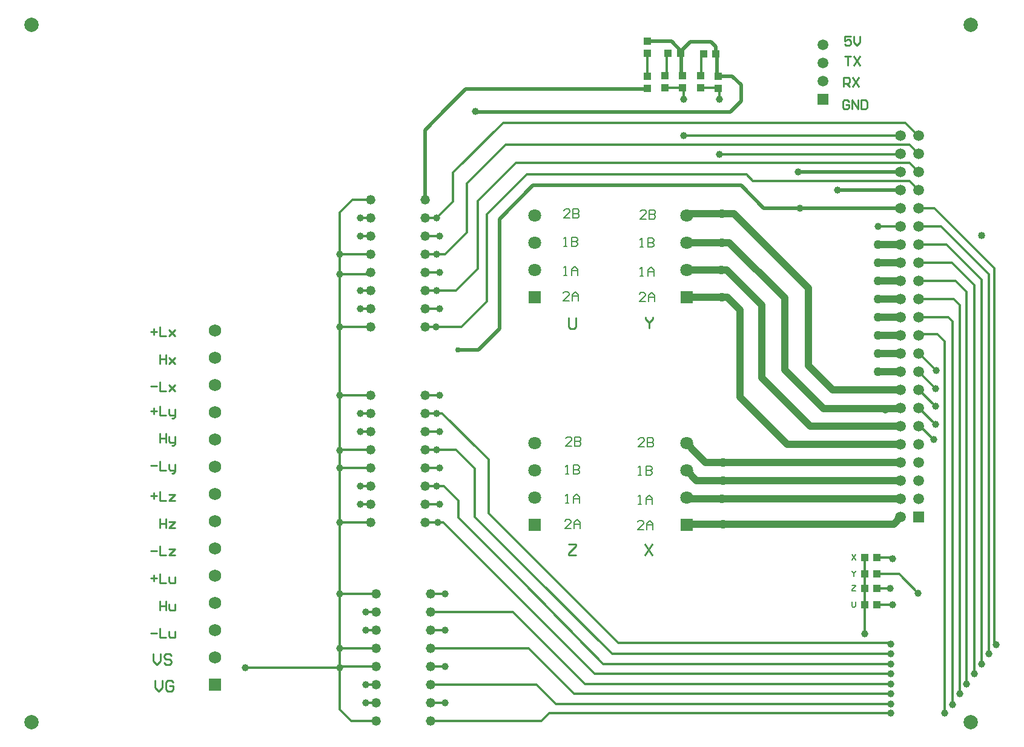
<source format=gtl>
G04 Layer_Physical_Order=1*
G04 Layer_Color=255*
%FSLAX25Y25*%
%MOIN*%
G70*
G01*
G75*
%ADD10R,0.04331X0.03937*%
%ADD11R,0.03937X0.04331*%
%ADD12C,0.02000*%
%ADD13C,0.01181*%
%ADD14C,0.01890*%
%ADD15C,0.03937*%
%ADD16C,0.00500*%
%ADD17C,0.01000*%
%ADD18C,0.00787*%
%ADD19C,0.05905*%
%ADD20R,0.05905X0.05905*%
%ADD21C,0.05200*%
%ADD22R,0.06890X0.06890*%
%ADD23C,0.06890*%
%ADD24C,0.07874*%
%ADD25R,0.07087X0.07087*%
%ADD26C,0.07087*%
%ADD27C,0.03937*%
%ADD28C,0.04000*%
%ADD29C,0.03000*%
%ADD30C,0.05000*%
D10*
X483347Y80500D02*
D03*
X476653D02*
D03*
X483347Y89500D02*
D03*
X476653D02*
D03*
Y97500D02*
D03*
X483347D02*
D03*
X476653Y106500D02*
D03*
X483347D02*
D03*
X368454Y384100D02*
D03*
X375147D02*
D03*
X387854Y384057D02*
D03*
X394547D02*
D03*
D11*
X376450Y365154D02*
D03*
Y371847D02*
D03*
X396000Y365054D02*
D03*
Y371746D02*
D03*
X356900Y384154D02*
D03*
Y390846D02*
D03*
X366675Y365154D02*
D03*
Y371847D02*
D03*
X386225Y365154D02*
D03*
Y371847D02*
D03*
X356900Y364953D02*
D03*
Y371646D02*
D03*
D12*
X461500Y308900D02*
X470275D01*
X496400D01*
X234500Y303500D02*
Y310000D01*
Y342000D01*
X247000Y354500D01*
X440000Y318900D02*
X496400D01*
X252500Y221000D02*
X264000D01*
X275500Y232500D01*
Y293000D02*
X294000Y311500D01*
X275500Y232500D02*
Y293000D01*
X247000Y354500D02*
X257000Y364500D01*
X333693D01*
X356900D01*
X294000Y311500D02*
X408500D01*
X421100Y298900D01*
X496400D01*
D13*
X245500Y273500D02*
X250000Y278000D01*
X234500Y273500D02*
X245500D01*
X257500Y285500D02*
Y312500D01*
X250000Y278000D02*
X257500Y285500D01*
X268500Y247500D02*
Y295500D01*
X254500Y233500D02*
X268500Y247500D01*
X234500Y233500D02*
X254500D01*
X234500Y126000D02*
X244500D01*
X237500Y16500D02*
X250500D01*
X298500D02*
X303000Y21000D01*
X250500Y16500D02*
X298500D01*
X237500Y56500D02*
X252500D01*
X291500D02*
X314500Y33500D01*
X252500Y56500D02*
X291500D01*
X499000Y346000D02*
X506100Y338900D01*
X420000Y346000D02*
X499000D01*
X277500D02*
X420000D01*
X250000Y318500D02*
X277500Y346000D01*
X257500Y312500D02*
X279000Y334000D01*
X250000Y302500D02*
Y318500D01*
X241000Y293500D02*
X250000Y302500D01*
X234500Y293500D02*
X241000D01*
X284500Y324000D02*
X414500D01*
X263500Y303000D02*
X284500Y324000D01*
X263500Y265500D02*
Y303000D01*
X476653Y64500D02*
Y80500D01*
Y89500D01*
Y97500D01*
Y106500D01*
X415000Y314000D02*
X482000D01*
X411500Y317500D02*
X415000Y314000D01*
X496000Y328500D02*
X496400Y328900D01*
X400500Y328500D02*
X496000D01*
X396500D02*
X400500D01*
X377000Y338900D02*
X496400D01*
X290500Y317500D02*
X411500D01*
X268500Y295500D02*
X290500Y317500D01*
X414500Y324000D02*
X418500D01*
X483847Y80500D02*
X487512D01*
X492000D01*
X487799Y89500D02*
X490500D01*
X484346D02*
X487799D01*
X491500Y106500D02*
X492000Y106000D01*
X488000Y106500D02*
X491500D01*
X483847D02*
X488000D01*
X495500Y97500D02*
X506000Y87000D01*
X483347Y97500D02*
X495500D01*
X340000Y60500D02*
X341000Y59500D01*
X353000D01*
X297000Y103500D02*
X341000Y59500D01*
X269500Y131000D02*
X297000Y103500D01*
X262000Y129000D02*
X293000Y98000D01*
X332500Y48000D02*
X491000D01*
X322500Y37000D02*
X491000D01*
X320000Y39500D02*
X322500Y37000D01*
X317500Y42000D02*
X320000Y39500D01*
X283000Y76500D02*
X317500Y42000D01*
X237500Y76500D02*
X283000D01*
X314500Y33500D02*
X316500Y31500D01*
X491000D01*
X306500Y26000D02*
X424500D01*
X296000Y36500D02*
X306500Y26000D01*
X237500Y36500D02*
X296000D01*
X303000Y21000D02*
X431500D01*
X353000Y59500D02*
X490500D01*
X491000Y59000D01*
X430000Y21000D02*
X436000D01*
X424500Y26000D02*
X426500D01*
X491000D01*
X436000Y21000D02*
X491000D01*
X545000Y53500D02*
Y256800D01*
X501300Y314000D02*
X506400Y308900D01*
X500000Y314000D02*
X501300D01*
X279000Y334000D02*
X416000D01*
X474000D01*
X506100Y338900D02*
X506400D01*
X501300Y334000D02*
X506400Y328900D01*
X501000Y334000D02*
X501300D01*
X474000D02*
X501000D01*
X418500Y324000D02*
X446000D01*
X501300D01*
X506400Y318900D01*
X482000Y314000D02*
X500000D01*
X253000Y255000D02*
X263500Y265500D01*
X251500Y253500D02*
X253000Y255000D01*
X234500Y253500D02*
X251500D01*
X269500Y131000D02*
Y160500D01*
X265500Y164500D02*
X269500Y160500D01*
X244000Y186000D02*
X265500Y164500D01*
X234500Y186000D02*
X244000D01*
X244500Y126000D02*
X283000Y87500D01*
X135000Y46000D02*
X187500D01*
X188000Y156000D02*
X190000D01*
X187500Y156500D02*
X188000Y156000D01*
X187500Y262500D02*
X193500D01*
X187500Y233500D02*
X189500D01*
X204500D01*
X187500Y196000D02*
X189500D01*
X204500D01*
X187500Y166000D02*
X189500D01*
X204500D01*
X190000Y156000D02*
X204500D01*
X187500Y126000D02*
X189000D01*
X189500D01*
X204500D01*
X187500Y86500D02*
X189500D01*
X207500D01*
X187500Y56500D02*
X189500D01*
X207500D01*
X187500Y46000D02*
X188000Y46500D01*
X189500D01*
X207500D01*
X202500Y16500D02*
X207500D01*
X194000D02*
X202500D01*
X187500Y23000D02*
X194000Y16500D01*
X187500Y23000D02*
Y268000D01*
Y274000D02*
X188000Y273500D01*
X192000D01*
X204500D01*
X203500Y262500D02*
X204500Y263500D01*
X194000Y262500D02*
X203500D01*
X193000D02*
X194000D01*
X187500Y268000D02*
Y296500D01*
X194500Y303500D01*
X204500D01*
X385254Y365154D02*
X386225D01*
X396000Y365054D02*
X396777Y364277D01*
X395900Y365154D02*
X396000Y365054D01*
X386225Y365154D02*
X395900D01*
X366675D02*
X376450D01*
X367500Y383147D02*
X368454Y384100D01*
X367500Y372672D02*
Y383147D01*
X366675Y371847D02*
X367500Y372672D01*
X386800Y383003D02*
X387854Y384057D01*
X386800Y372422D02*
Y383003D01*
X386225Y371847D02*
X386800Y372422D01*
X356900Y371646D02*
Y384154D01*
X396500Y364000D02*
X396777Y364277D01*
X506400Y178400D02*
Y178900D01*
X377000Y359000D02*
Y361488D01*
Y364603D01*
X376450Y365154D02*
X377000Y364603D01*
X396000Y365054D02*
X396500Y364553D01*
Y359000D02*
Y364553D01*
X483900Y288900D02*
X496400D01*
X506900Y298900D02*
X515100D01*
X541000Y53000D02*
Y87544D01*
Y48000D02*
Y53000D01*
X506400Y288900D02*
X511100D01*
X518600D01*
X545000Y262500D01*
Y256800D02*
Y262500D01*
X506400Y278900D02*
X521600D01*
X540841Y259659D01*
X541000Y87544D01*
X506400Y268900D02*
X524600D01*
X537000Y48000D02*
Y79000D01*
Y42500D02*
Y48000D01*
Y92643D02*
Y256500D01*
X524600Y268900D02*
X537000Y256500D01*
Y79000D02*
Y92643D01*
X532500Y37000D02*
Y42000D01*
Y76643D01*
X525000Y25500D02*
Y65214D01*
X520500Y21000D02*
Y26500D01*
X505600Y258900D02*
X526600D01*
X532500Y76643D02*
Y253000D01*
X526600Y258900D02*
X532500Y253000D01*
X506400Y247400D02*
Y248900D01*
X525600D01*
X505900Y238900D02*
X522600D01*
X525000Y236500D01*
Y65214D02*
Y236500D01*
X507000Y229500D02*
X516500D01*
X520500Y225500D01*
Y26500D02*
Y225500D01*
X529000Y31500D02*
Y80617D01*
Y245500D01*
X525600Y248900D02*
X529000Y245500D01*
X506400Y218900D02*
X506600D01*
X506400Y178900D02*
X507100D01*
X514500Y171500D01*
X506400Y188900D02*
X515500Y179800D01*
X506400Y198900D02*
X515500Y189800D01*
X506400Y208900D02*
X515300Y200000D01*
X516000D01*
X506600Y218900D02*
X516000Y209500D01*
X199000Y136000D02*
X204500D01*
X199000Y146000D02*
X204500D01*
X199000Y176000D02*
X204500D01*
X199000Y186000D02*
X204500D01*
X199000Y293500D02*
X204500D01*
X199000Y283500D02*
X204500D01*
X199000Y253500D02*
X204500D01*
X199000Y243500D02*
X204500D01*
X202000Y26500D02*
X207500D01*
X202000Y36500D02*
X207500D01*
X202000Y66500D02*
X207500D01*
X202000Y76500D02*
X207500D01*
X234500Y283500D02*
X242500D01*
X234500Y263500D02*
X242500D01*
X234500Y243500D02*
X242500D01*
X234500Y196000D02*
X242500D01*
X234500Y176000D02*
X242500D01*
X234500Y166000D02*
X251500D01*
X262000Y155500D01*
Y129000D02*
Y155500D01*
X234500Y156000D02*
X242500D01*
X289000Y92500D02*
X332500Y48000D01*
X237500Y26500D02*
X245500D01*
X237500Y46500D02*
X245500D01*
X237500Y66500D02*
X245500D01*
X237500Y86500D02*
X245500D01*
X234500Y136000D02*
X242500D01*
X234500Y146000D02*
X245000D01*
X253000Y138000D01*
X283000Y98500D02*
X289000Y92500D01*
X253000Y128500D02*
Y138000D01*
Y128500D02*
X283000Y98500D01*
X548000Y104000D02*
Y266000D01*
X515100Y298900D02*
X548000Y266000D01*
Y59500D02*
X549000Y58500D01*
X548000Y59500D02*
Y104000D01*
X328000Y42500D02*
X491000D01*
X283000Y87500D02*
X328000Y42500D01*
X337500Y53500D02*
X491000D01*
X293000Y98000D02*
X337500Y53500D01*
D14*
X262500Y352000D02*
X402500D01*
X375800Y372497D02*
Y384753D01*
Y385193D02*
Y385600D01*
Y384753D02*
Y385193D01*
Y385600D02*
X380800Y390600D01*
X375147Y384100D02*
X375800Y384753D01*
X370146Y390846D02*
X375800Y385193D01*
X356900Y390846D02*
X370146D01*
X375800Y372497D02*
X376450Y371847D01*
X394547Y384057D02*
X395400Y383203D01*
Y372346D02*
Y383203D01*
Y372346D02*
X396000Y371746D01*
X394547Y384057D02*
Y387953D01*
X391900Y390600D02*
X394547Y387953D01*
X380800Y390600D02*
X391900D01*
X402500Y352000D02*
X408500Y358000D01*
Y367000D01*
X403754Y371746D02*
X408500Y367000D01*
X396000Y371746D02*
X403754D01*
D15*
X378500Y295000D02*
X379500Y296000D01*
X458900Y198900D02*
X496400D01*
X496000Y188500D02*
X496400Y188900D01*
X487500Y188500D02*
X496000D01*
X487500D02*
X488000Y188000D01*
X454000Y188500D02*
X487500D01*
X378500Y265000D02*
X390000D01*
X446600Y178900D02*
X496400D01*
X434100Y168900D02*
X496400D01*
X378500Y154500D02*
X384100Y148900D01*
X403600D01*
X496400D01*
X378500Y139500D02*
X379100Y138900D01*
X496400D01*
X378500Y124500D02*
X379000Y125000D01*
X385500D01*
X492500D01*
X496400Y128900D01*
X496000Y138500D02*
X496400Y138900D01*
X496000Y178500D02*
X496400Y178900D01*
X496000Y168500D02*
X496400Y168900D01*
X483900Y278900D02*
X496400D01*
X483900Y268900D02*
X496400D01*
X483900Y258900D02*
X496400D01*
X483900Y248900D02*
X496400D01*
X483900Y238900D02*
X496400D01*
X483900Y228900D02*
X496400D01*
X483900Y218900D02*
X496400D01*
X483900Y208900D02*
X496400D01*
X379500Y296000D02*
X404500D01*
X445500Y212300D02*
X458900Y198900D01*
X445500Y212300D02*
Y255000D01*
X404500Y296000D02*
X445500Y255000D01*
X432500Y210000D02*
X454000Y188500D01*
X378500Y280000D02*
X402000D01*
X432500Y249500D01*
Y210000D02*
Y249500D01*
X390000Y265000D02*
X400500D01*
X420000Y205500D02*
X446600Y178900D01*
X420000Y205500D02*
Y245500D01*
X400500Y265000D02*
X420000Y245500D01*
X408000Y195000D02*
X434100Y168900D01*
X408000Y195000D02*
Y243000D01*
X378500Y250000D02*
X401000D01*
X408000Y243000D01*
X383605Y164395D02*
X389100Y158900D01*
X496400D01*
X378500Y169500D02*
X383605Y164395D01*
D16*
X469600Y82399D02*
Y79900D01*
X470100Y79400D01*
X471100D01*
X471599Y79900D01*
Y82399D01*
X469600Y91399D02*
X471599D01*
Y90899D01*
X469600Y88900D01*
Y88400D01*
X471599D01*
X469600Y99399D02*
Y98899D01*
X470600Y97900D01*
X471599Y98899D01*
Y99399D01*
X470600Y97900D02*
Y96400D01*
X469600Y108399D02*
X471599Y105400D01*
Y108399D02*
X469600Y105400D01*
D17*
X313500Y113998D02*
X317499D01*
Y112998D01*
X313500Y109000D01*
Y108000D01*
X317499D01*
X313500Y238498D02*
Y233500D01*
X314500Y232500D01*
X316499D01*
X317499Y233500D01*
Y238498D01*
X356000Y238998D02*
Y237998D01*
X357999Y235999D01*
X359999Y237998D01*
Y238998D01*
X357999Y235999D02*
Y233000D01*
X355500Y113998D02*
X359499Y108000D01*
Y113998D02*
X355500Y108000D01*
X83500Y187392D02*
X86832D01*
X85166Y189059D02*
Y185726D01*
X88498Y189892D02*
Y184893D01*
X91831D01*
X93497Y188226D02*
Y185726D01*
X94330Y184893D01*
X96829D01*
Y184060D01*
X95996Y183227D01*
X95163D01*
X96829Y184893D02*
Y188226D01*
X88498Y174801D02*
Y169802D01*
Y172302D01*
X91831D01*
Y174801D01*
Y169802D01*
X93497Y173135D02*
Y170635D01*
X94330Y169802D01*
X96829D01*
Y168969D01*
X95996Y168136D01*
X95163D01*
X96829Y169802D02*
Y173135D01*
X83500Y157211D02*
X86832D01*
X88498Y159710D02*
Y154711D01*
X91831D01*
X93497Y158044D02*
Y155545D01*
X94330Y154711D01*
X96829D01*
Y153878D01*
X95996Y153045D01*
X95163D01*
X96829Y154711D02*
Y158044D01*
X83500Y140454D02*
X86832D01*
X85166Y142120D02*
Y138788D01*
X88498Y142953D02*
Y137954D01*
X91831D01*
X93497Y141287D02*
X96829D01*
X93497Y137954D01*
X96829D01*
X88498Y127862D02*
Y122864D01*
Y125363D01*
X91831D01*
Y127862D01*
Y122864D01*
X93497Y126196D02*
X96829D01*
X93497Y122864D01*
X96829D01*
X83500Y110272D02*
X86832D01*
X88498Y112771D02*
Y107773D01*
X91831D01*
X93497Y111105D02*
X96829D01*
X93497Y107773D01*
X96829D01*
X83500Y95181D02*
X86832D01*
X85166Y96847D02*
Y93515D01*
X88498Y97680D02*
Y92682D01*
X91831D01*
X93497Y96014D02*
Y93515D01*
X94330Y92682D01*
X96829D01*
Y96014D01*
X88498Y82589D02*
Y77591D01*
Y80090D01*
X91831D01*
Y82589D01*
Y77591D01*
X93497Y80923D02*
Y78424D01*
X94330Y77591D01*
X96829D01*
Y80923D01*
X83500Y64999D02*
X86832D01*
X88498Y67498D02*
Y62500D01*
X91831D01*
X93497Y65832D02*
Y63333D01*
X94330Y62500D01*
X96829D01*
Y65832D01*
X85000Y53498D02*
Y49499D01*
X86999Y47500D01*
X88999Y49499D01*
Y53498D01*
X94997Y52498D02*
X93997Y53498D01*
X91998D01*
X90998Y52498D01*
Y51499D01*
X91998Y50499D01*
X93997D01*
X94997Y49499D01*
Y48500D01*
X93997Y47500D01*
X91998D01*
X90998Y48500D01*
X86000Y38998D02*
Y34999D01*
X87999Y33000D01*
X89999Y34999D01*
Y38998D01*
X95997Y37998D02*
X94997Y38998D01*
X92998D01*
X91998Y37998D01*
Y34000D01*
X92998Y33000D01*
X94997D01*
X95997Y34000D01*
Y35999D01*
X93997D01*
X83500Y200817D02*
X86832D01*
X88498Y203316D02*
Y198318D01*
X91831D01*
X93497Y201650D02*
X96829Y198318D01*
X95163Y199984D01*
X96829Y201650D01*
X93497Y198318D01*
X88498Y218407D02*
Y213409D01*
Y215908D01*
X91831D01*
Y218407D01*
Y213409D01*
X93497Y216741D02*
X96829Y213409D01*
X95163Y215075D01*
X96829Y216741D01*
X93497Y213409D01*
X83500Y230999D02*
X86832D01*
X85166Y232665D02*
Y229333D01*
X88498Y233498D02*
Y228500D01*
X91831D01*
X93497Y231832D02*
X96829Y228500D01*
X95163Y230166D01*
X96829Y231832D01*
X93497Y228500D01*
X467832Y357665D02*
X466999Y358498D01*
X465333D01*
X464500Y357665D01*
Y354333D01*
X465333Y353500D01*
X466999D01*
X467832Y354333D01*
Y355999D01*
X466166D01*
X469498Y353500D02*
Y358498D01*
X472831Y353500D01*
Y358498D01*
X474497D02*
Y353500D01*
X476996D01*
X477829Y354333D01*
Y357665D01*
X476996Y358498D01*
X474497D01*
X465000Y366000D02*
Y370998D01*
X467499D01*
X468332Y370165D01*
Y368499D01*
X467499Y367666D01*
X465000D01*
X466666D02*
X468332Y366000D01*
X469998Y370998D02*
X473331Y366000D01*
Y370998D02*
X469998Y366000D01*
X465500Y382498D02*
X468832D01*
X467166D01*
Y377500D01*
X470498Y382498D02*
X473831Y377500D01*
Y382498D02*
X470498Y377500D01*
X468832Y393498D02*
X465500D01*
Y390999D01*
X467166Y391832D01*
X467999D01*
X468832Y390999D01*
Y389333D01*
X467999Y388500D01*
X466333D01*
X465500Y389333D01*
X470498Y393498D02*
Y390166D01*
X472164Y388500D01*
X473831Y390166D01*
Y393498D01*
D18*
X315332Y168000D02*
X312000D01*
X315332Y171332D01*
Y172165D01*
X314499Y172998D01*
X312833D01*
X312000Y172165D01*
X316998Y172998D02*
Y168000D01*
X319498D01*
X320331Y168833D01*
Y169666D01*
X319498Y170499D01*
X316998D01*
X319498D01*
X320331Y171332D01*
Y172165D01*
X319498Y172998D01*
X316998D01*
X312000Y152500D02*
X313666D01*
X312833D01*
Y157498D01*
X312000Y156665D01*
X316165Y157498D02*
Y152500D01*
X318665D01*
X319498Y153333D01*
Y154166D01*
X318665Y154999D01*
X316165D01*
X318665D01*
X319498Y155832D01*
Y156665D01*
X318665Y157498D01*
X316165D01*
X312000Y136500D02*
X313666D01*
X312833D01*
Y141498D01*
X312000Y140665D01*
X316165Y136500D02*
Y139832D01*
X317831Y141498D01*
X319498Y139832D01*
Y136500D01*
Y138999D01*
X316165D01*
X314832Y122500D02*
X311500D01*
X314832Y125832D01*
Y126665D01*
X313999Y127498D01*
X312333D01*
X311500Y126665D01*
X316498Y122500D02*
Y125832D01*
X318164Y127498D01*
X319831Y125832D01*
Y122500D01*
Y124999D01*
X316498D01*
X354832Y122000D02*
X351500D01*
X354832Y125332D01*
Y126165D01*
X353999Y126998D01*
X352333D01*
X351500Y126165D01*
X356498Y122000D02*
Y125332D01*
X358165Y126998D01*
X359831Y125332D01*
Y122000D01*
Y124499D01*
X356498D01*
X352000Y136000D02*
X353666D01*
X352833D01*
Y140998D01*
X352000Y140165D01*
X356165Y136000D02*
Y139332D01*
X357831Y140998D01*
X359498Y139332D01*
Y136000D01*
Y138499D01*
X356165D01*
X352000Y152000D02*
X353666D01*
X352833D01*
Y156998D01*
X352000Y156165D01*
X356165Y156998D02*
Y152000D01*
X358664D01*
X359498Y152833D01*
Y153666D01*
X358664Y154499D01*
X356165D01*
X358664D01*
X359498Y155332D01*
Y156165D01*
X358664Y156998D01*
X356165D01*
X355332Y167500D02*
X352000D01*
X355332Y170832D01*
Y171665D01*
X354499Y172498D01*
X352833D01*
X352000Y171665D01*
X356998Y172498D02*
Y167500D01*
X359498D01*
X360331Y168333D01*
Y169166D01*
X359498Y169999D01*
X356998D01*
X359498D01*
X360331Y170832D01*
Y171665D01*
X359498Y172498D01*
X356998D01*
X355832Y247500D02*
X352500D01*
X355832Y250832D01*
Y251665D01*
X354999Y252498D01*
X353333D01*
X352500Y251665D01*
X357498Y247500D02*
Y250832D01*
X359165Y252498D01*
X360831Y250832D01*
Y247500D01*
Y249999D01*
X357498D01*
X353000Y261500D02*
X354666D01*
X353833D01*
Y266498D01*
X353000Y265665D01*
X357165Y261500D02*
Y264832D01*
X358831Y266498D01*
X360498Y264832D01*
Y261500D01*
Y263999D01*
X357165D01*
X353000Y277500D02*
X354666D01*
X353833D01*
Y282498D01*
X353000Y281665D01*
X357165Y282498D02*
Y277500D01*
X359665D01*
X360498Y278333D01*
Y279166D01*
X359665Y279999D01*
X357165D01*
X359665D01*
X360498Y280832D01*
Y281665D01*
X359665Y282498D01*
X357165D01*
X356332Y293000D02*
X353000D01*
X356332Y296332D01*
Y297165D01*
X355499Y297998D01*
X353833D01*
X353000Y297165D01*
X357998Y297998D02*
Y293000D01*
X360498D01*
X361331Y293833D01*
Y294666D01*
X360498Y295499D01*
X357998D01*
X360498D01*
X361331Y296332D01*
Y297165D01*
X360498Y297998D01*
X357998D01*
X313832Y248000D02*
X310500D01*
X313832Y251332D01*
Y252165D01*
X312999Y252998D01*
X311333D01*
X310500Y252165D01*
X315498Y248000D02*
Y251332D01*
X317164Y252998D01*
X318831Y251332D01*
Y248000D01*
Y250499D01*
X315498D01*
X311000Y262000D02*
X312666D01*
X311833D01*
Y266998D01*
X311000Y266165D01*
X315165Y262000D02*
Y265332D01*
X316831Y266998D01*
X318498Y265332D01*
Y262000D01*
Y264499D01*
X315165D01*
X311000Y278000D02*
X312666D01*
X311833D01*
Y282998D01*
X311000Y282165D01*
X315165Y282998D02*
Y278000D01*
X317665D01*
X318498Y278833D01*
Y279666D01*
X317665Y280499D01*
X315165D01*
X317665D01*
X318498Y281332D01*
Y282165D01*
X317665Y282998D01*
X315165D01*
X314332Y293500D02*
X311000D01*
X314332Y296832D01*
Y297665D01*
X313499Y298498D01*
X311833D01*
X311000Y297665D01*
X315998Y298498D02*
Y293500D01*
X318498D01*
X319331Y294333D01*
Y295166D01*
X318498Y295999D01*
X315998D01*
X318498D01*
X319331Y296832D01*
Y297665D01*
X318498Y298498D01*
X315998D01*
D19*
X453500Y389000D02*
D03*
Y379000D02*
D03*
Y369000D02*
D03*
X496400Y338900D02*
D03*
X506400D02*
D03*
X496400Y328900D02*
D03*
X506400D02*
D03*
X496400Y318900D02*
D03*
X506400D02*
D03*
X496400Y308900D02*
D03*
X506400D02*
D03*
X496400Y298900D02*
D03*
X506400D02*
D03*
X496400Y288900D02*
D03*
X506400D02*
D03*
X496400Y278900D02*
D03*
X506400D02*
D03*
X496400Y268900D02*
D03*
X506400D02*
D03*
X496400Y258900D02*
D03*
X506400D02*
D03*
X496400Y248900D02*
D03*
X506400D02*
D03*
X496400Y238900D02*
D03*
X506400D02*
D03*
X496400Y228900D02*
D03*
X506400D02*
D03*
X496400Y218900D02*
D03*
X506400D02*
D03*
X496400Y208900D02*
D03*
X506400D02*
D03*
X496400Y198900D02*
D03*
X506400D02*
D03*
X496400Y188900D02*
D03*
X506400D02*
D03*
X496400Y178900D02*
D03*
X506400D02*
D03*
X496400Y168900D02*
D03*
X506400D02*
D03*
X496400Y158900D02*
D03*
X506400D02*
D03*
X496400Y148900D02*
D03*
X506400D02*
D03*
Y138900D02*
D03*
X496400Y128900D02*
D03*
Y138900D02*
D03*
D20*
X453500Y359000D02*
D03*
X506400Y128900D02*
D03*
D21*
X207500Y16500D02*
D03*
Y26500D02*
D03*
Y76500D02*
D03*
Y86500D02*
D03*
Y36500D02*
D03*
Y46500D02*
D03*
Y66500D02*
D03*
Y56500D02*
D03*
X237500Y86500D02*
D03*
Y76500D02*
D03*
Y66500D02*
D03*
Y56500D02*
D03*
Y46500D02*
D03*
Y36500D02*
D03*
Y26500D02*
D03*
Y16500D02*
D03*
X204500Y126000D02*
D03*
Y136000D02*
D03*
Y186000D02*
D03*
Y196000D02*
D03*
Y146000D02*
D03*
Y156000D02*
D03*
Y176000D02*
D03*
Y166000D02*
D03*
X234500Y196000D02*
D03*
Y186000D02*
D03*
Y176000D02*
D03*
Y166000D02*
D03*
Y156000D02*
D03*
Y146000D02*
D03*
Y136000D02*
D03*
Y126000D02*
D03*
X204500Y233500D02*
D03*
Y243500D02*
D03*
Y293500D02*
D03*
Y303500D02*
D03*
Y253500D02*
D03*
Y263500D02*
D03*
Y283500D02*
D03*
Y273500D02*
D03*
X234500Y303500D02*
D03*
Y293500D02*
D03*
Y283500D02*
D03*
Y273500D02*
D03*
Y263500D02*
D03*
Y253500D02*
D03*
Y243500D02*
D03*
Y233500D02*
D03*
D22*
X119000Y36500D02*
D03*
D23*
Y51500D02*
D03*
Y66500D02*
D03*
Y81500D02*
D03*
Y96500D02*
D03*
Y111500D02*
D03*
Y126500D02*
D03*
Y141500D02*
D03*
Y156500D02*
D03*
Y171500D02*
D03*
Y186500D02*
D03*
Y201500D02*
D03*
Y216500D02*
D03*
Y231500D02*
D03*
D24*
X18000Y16000D02*
D03*
Y400000D02*
D03*
X535000D02*
D03*
Y16000D02*
D03*
D25*
X295000Y250000D02*
D03*
Y124500D02*
D03*
X378500D02*
D03*
Y250000D02*
D03*
D26*
X295000Y265000D02*
D03*
Y280000D02*
D03*
Y295000D02*
D03*
Y139500D02*
D03*
Y154500D02*
D03*
Y169500D02*
D03*
X378500Y139500D02*
D03*
Y154500D02*
D03*
Y169500D02*
D03*
Y265000D02*
D03*
Y280000D02*
D03*
Y295000D02*
D03*
D27*
X461500Y309000D02*
D03*
X262250Y352250D02*
D03*
X476500Y64500D02*
D03*
X441000Y298900D02*
D03*
X440000Y319000D02*
D03*
X396500Y328500D02*
D03*
X377000Y339000D02*
D03*
X492000Y106000D02*
D03*
X490500Y89500D02*
D03*
X492000Y80500D02*
D03*
X506000Y87000D02*
D03*
X491000Y37000D02*
D03*
Y59000D02*
D03*
Y21000D02*
D03*
Y26000D02*
D03*
Y31500D02*
D03*
Y42500D02*
D03*
Y48000D02*
D03*
Y53500D02*
D03*
X187500Y273500D02*
D03*
Y262500D02*
D03*
Y233500D02*
D03*
Y196000D02*
D03*
Y165500D02*
D03*
Y156000D02*
D03*
Y126000D02*
D03*
Y86500D02*
D03*
Y46000D02*
D03*
Y56500D02*
D03*
X377000Y359000D02*
D03*
X396500D02*
D03*
X483900Y288900D02*
D03*
X135500Y46000D02*
D03*
X549000Y58500D02*
D03*
X545000Y53500D02*
D03*
X541000Y48000D02*
D03*
X537000Y42500D02*
D03*
X532500Y37000D02*
D03*
X529000Y31500D02*
D03*
X525000Y25500D02*
D03*
X520500Y21000D02*
D03*
X514500Y171500D02*
D03*
X515500Y179800D02*
D03*
Y189800D02*
D03*
X515800Y199500D02*
D03*
X516000Y209500D02*
D03*
X199000Y136000D02*
D03*
Y146000D02*
D03*
Y176000D02*
D03*
Y186000D02*
D03*
Y293500D02*
D03*
Y283500D02*
D03*
Y253500D02*
D03*
Y243500D02*
D03*
X202000Y26500D02*
D03*
Y36500D02*
D03*
Y66500D02*
D03*
Y76500D02*
D03*
X242500Y283500D02*
D03*
Y263500D02*
D03*
Y243500D02*
D03*
Y196000D02*
D03*
Y176000D02*
D03*
Y156000D02*
D03*
X245500Y26500D02*
D03*
Y46500D02*
D03*
Y66500D02*
D03*
Y86500D02*
D03*
X242500Y136000D02*
D03*
X240500Y233500D02*
D03*
X241000Y293500D02*
D03*
Y273500D02*
D03*
Y253500D02*
D03*
Y186000D02*
D03*
Y166000D02*
D03*
Y146000D02*
D03*
X241500Y126000D02*
D03*
D28*
X541000Y284000D02*
D03*
D29*
X252500Y221000D02*
D03*
D30*
X483900Y278900D02*
D03*
Y268900D02*
D03*
Y258900D02*
D03*
Y248900D02*
D03*
Y238900D02*
D03*
Y228900D02*
D03*
Y218900D02*
D03*
Y208900D02*
D03*
X398500Y158900D02*
D03*
Y149000D02*
D03*
X398000Y138900D02*
D03*
X398500Y125000D02*
D03*
X398000Y296000D02*
D03*
Y280000D02*
D03*
X397500Y265000D02*
D03*
X398000Y250000D02*
D03*
M02*

</source>
